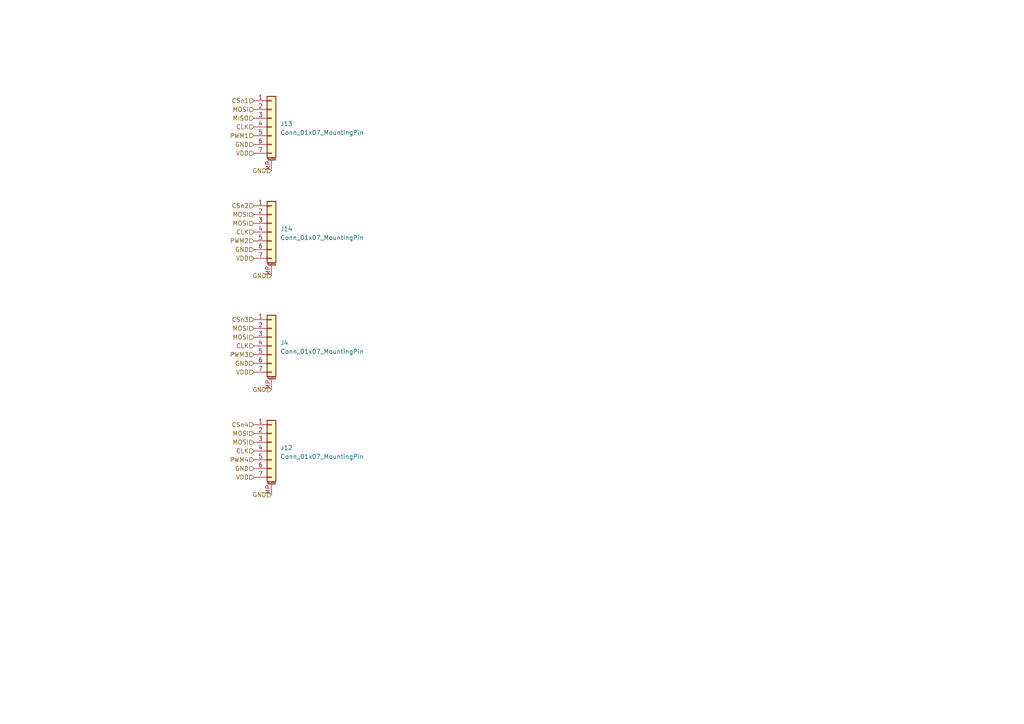
<source format=kicad_sch>
(kicad_sch (version 20231120) (generator "eeschema") (generator_version "8.0")
  (paper "A4")
  (lib_symbols
    (symbol "Connector_Generic_MountingPin:Conn_01x07_MountingPin" (pin_names (offset 1.016) hide)
      (property "Reference" "J" (at 0 10.16 0))
      (property "Value" "Conn_01x07_MountingPin" (at 1.27 -10.16 0))
      (symbol "Conn_01x07_MountingPin_1_1"
        (rectangle (start -1.27 -7.493) (end 0 -7.747) (stroke (width 0.1524)))
        (rectangle (start -1.27 -4.953) (end 0 -5.207) (stroke (width 0.1524)))
        (rectangle (start -1.27 -2.413) (end 0 -2.667) (stroke (width 0.1524)))
        (rectangle (start -1.27 0.127) (end 0 -0.127) (stroke (width 0.1524)))
        (rectangle (start -1.27 2.667) (end 0 2.413) (stroke (width 0.1524)))
        (rectangle (start -1.27 5.207) (end 0 4.953) (stroke (width 0.1524)))
        (rectangle (start -1.27 7.747) (end 0 7.493) (stroke (width 0.1524)))
        (rectangle (start -1.27 8.89) (end 1.27 -8.89) (stroke (width 0.254)) (fill (type background)))
        (polyline (pts (xy -1.016 -9.652) (xy 1.016 -9.652)) (stroke (width 0.1524)))
        (text "Mounting" (at 0 -9.271 0) (effects (font (size 0.381 0.381))))
        (pin passive line (at -5.08 7.62 0) (length 3.81) (name "Pin_1") (number "1"))
        (pin passive line (at -5.08 5.08 0) (length 3.81) (name "Pin_2") (number "2"))
        (pin passive line (at -5.08 2.54 0) (length 3.81) (name "Pin_3") (number "3"))
        (pin passive line (at -5.08 0 0) (length 3.81) (name "Pin_4") (number "4"))
        (pin passive line (at -5.08 -2.54 0) (length 3.81) (name "Pin_5") (number "5"))
        (pin passive line (at -5.08 -5.08 0) (length 3.81) (name "Pin_6") (number "6"))
        (pin passive line (at -5.08 -7.62 0) (length 3.81) (name "Pin_7") (number "7"))
        (pin passive line (at 0 -12.7 90) (length 3.048) (name "MountPin") (number "MP"))
      )
    )
  )
  (hierarchical_label "VDD" (shape input) (at 73.66 74.93 180))
  (hierarchical_label "VDD" (shape input) (at 73.66 44.45 180))
  (hierarchical_label "CLK" (shape input) (at 73.66 130.81 180))
  (hierarchical_label "MOSI" (shape input) (at 73.66 97.79 180))
  (hierarchical_label "CSn1" (shape input) (at 73.66 29.21 180))
  (hierarchical_label "CSn4" (shape input) (at 73.66 123.19 180))
  (hierarchical_label "GND" (shape input) (at 73.66 72.39 180))
  (hierarchical_label "CLK" (shape input) (at 73.66 67.31 180))
  (hierarchical_label "VDD" (shape input) (at 73.66 107.95 180))
  (hierarchical_label "PWM3" (shape input) (at 73.66 102.87 180))
  (hierarchical_label "MOSI" (shape input) (at 73.66 128.27 180))
  (hierarchical_label "CLK" (shape input) (at 73.66 36.83 180))
  (hierarchical_label "GND" (shape input) (at 73.66 135.89 180))
  (hierarchical_label "MISO" (shape input) (at 73.66 34.29 180))
  (hierarchical_label "MOSI" (shape input) (at 73.66 62.23 180))
  (hierarchical_label "MOSI" (shape input) (at 73.66 125.73 180))
  (hierarchical_label "GND" (shape input) (at 78.74 143.51 180))
  (hierarchical_label "PWM2" (shape input) (at 73.66 69.85 180))
  (hierarchical_label "PWM4" (shape input) (at 73.66 133.35 180))
  (hierarchical_label "PWM1" (shape input) (at 73.66 39.37 180))
  (hierarchical_label "MOSI" (shape input) (at 73.66 31.75 180))
  (hierarchical_label "CLK" (shape input) (at 73.66 100.33 180))
  (hierarchical_label "GND" (shape input) (at 73.66 105.41 180))
  (hierarchical_label "GND" (shape input) (at 78.74 80.01 180))
  (hierarchical_label "MOSI" (shape input) (at 73.66 64.77 180))
  (hierarchical_label "VDD" (shape input) (at 73.66 138.43 180))
  (hierarchical_label "CSn3" (shape input) (at 73.66 92.71 180))
  (hierarchical_label "GND" (shape input) (at 78.74 49.53 180))
  (hierarchical_label "GND" (shape input) (at 78.74 113.03 180))
  (hierarchical_label "GND" (shape input) (at 73.66 41.91 180))
  (hierarchical_label "MOSI" (shape input) (at 73.66 95.25 180))
  (hierarchical_label "CSn2" (shape input) (at 73.66 59.69 180))
  (symbol (lib_id "Connector_Generic_MountingPin:Conn_01x07_MountingPin") (at 78.74 36.83 0) (unit 1)
    (property "Reference" "J13" (at 81.28 35.9155 0) (effects (justify left)))
    (property "Value" "Conn_01x07_MountingPin" (at 81.28 38.4555 0) (effects (justify left)))
    (property "Footprint" "Connector_JST:JST_SH_BM07B-SRSS-TB_1x07-1MP_P1.00mm_Vertical" (effects (hide yes)))
    (property "Description" "Generic connectable mounting pin connector, single row, 01x07, script generated (kicad-library-utils/schlib/autogen/connector/)" (effects (hide yes)))
    (property "Part" "BM07B-SRSS-TB" (effects (hide yes)))
  )
  (symbol (lib_id "Connector_Generic_MountingPin:Conn_01x07_MountingPin") (at 78.74 100.33 0) (unit 1)
    (property "Reference" "J4" (at 81.28 99.4155 0) (effects (justify left)))
    (property "Value" "Conn_01x07_MountingPin" (at 81.28 101.9555 0) (effects (justify left)))
    (property "Footprint" "Connector_JST:JST_SH_BM07B-SRSS-TB_1x07-1MP_P1.00mm_Vertical" (effects (hide yes)))
    (property "Description" "Generic connectable mounting pin connector, single row, 01x07, script generated (kicad-library-utils/schlib/autogen/connector/)" (effects (hide yes)))
    (property "Part" "BM07B-SRSS-TB" (effects (hide yes)))
  )
  (symbol (lib_id "Connector_Generic_MountingPin:Conn_01x07_MountingPin") (at 78.74 67.31 0) (unit 1)
    (property "Reference" "J14" (at 81.28 66.3955 0) (effects (justify left)))
    (property "Value" "Conn_01x07_MountingPin" (at 81.28 68.9355 0) (effects (justify left)))
    (property "Footprint" "Connector_JST:JST_SH_BM07B-SRSS-TB_1x07-1MP_P1.00mm_Vertical" (effects (hide yes)))
    (property "Description" "Generic connectable mounting pin connector, single row, 01x07, script generated (kicad-library-utils/schlib/autogen/connector/)" (effects (hide yes)))
    (property "Part" "BM07B-SRSS-TB" (effects (hide yes)))
  )
  (symbol (lib_id "Connector_Generic_MountingPin:Conn_01x07_MountingPin") (at 78.74 130.81 0) (unit 1)
    (property "Reference" "J12" (at 81.28 129.8955 0) (effects (justify left)))
    (property "Value" "Conn_01x07_MountingPin" (at 81.28 132.4355 0) (effects (justify left)))
    (property "Footprint" "Connector_JST:JST_SH_BM07B-SRSS-TB_1x07-1MP_P1.00mm_Vertical" (effects (hide yes)))
    (property "Description" "Generic connectable mounting pin connector, single row, 01x07, script generated (kicad-library-utils/schlib/autogen/connector/)" (effects (hide yes)))
    (property "Part" "BM07B-SRSS-TB" (effects (hide yes)))
  )
)
</source>
